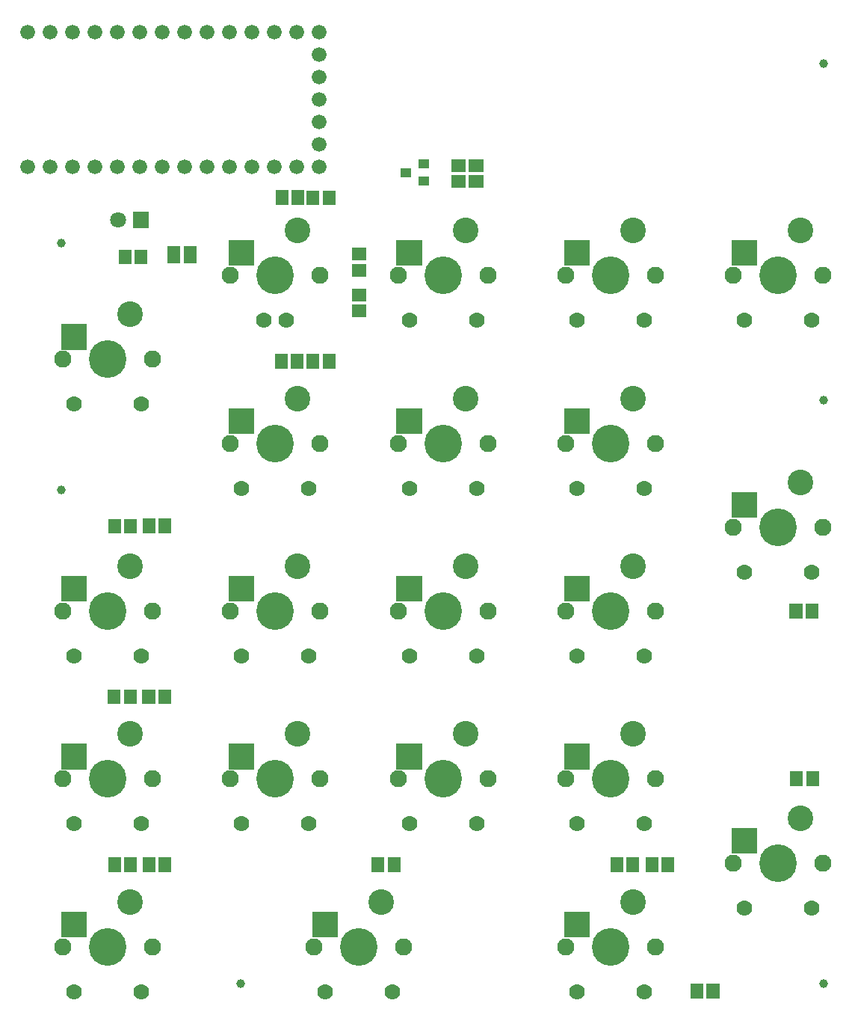
<source format=gts>
G04 start of page 9 for group -4063 idx -4063 *
G04 Title: SFT-HW-0023, componentmask *
G04 Creator: pcb 20110918 *
G04 CreationDate: Fri 17 Apr 2015 10:20:39 PM GMT UTC *
G04 For: tgack *
G04 Format: Gerber/RS-274X *
G04 PCB-Dimensions: 380630 455118 *
G04 PCB-Coordinate-Origin: lower left *
%MOIN*%
%FSLAX25Y25*%
%LNTOPMASK*%
%ADD97R,0.0400X0.0400*%
%ADD96R,0.0570X0.0570*%
%ADD95R,0.0572X0.0572*%
%ADD94C,0.1675*%
%ADD93C,0.0394*%
%ADD92C,0.0710*%
%ADD91C,0.0001*%
%ADD90C,0.0700*%
%ADD89C,0.1140*%
%ADD88C,0.0769*%
%ADD87C,0.0660*%
G54D87*X5000Y389118D03*
X15000D03*
X25000D03*
X35000D03*
X45000D03*
G54D88*X60551Y303149D03*
G54D89*X50551Y323149D03*
G54D90*X55551Y283149D03*
G54D91*G36*
X19851Y318849D02*Y307449D01*
X31251D01*
Y318849D01*
X19851D01*
G37*
G36*
X51922Y368825D02*Y361725D01*
X59022D01*
Y368825D01*
X51922D01*
G37*
G54D92*X45472Y365275D03*
G54D93*X20000Y355118D03*
G54D87*X55000Y389118D03*
X65000D03*
X75000D03*
X85000D03*
X95000D03*
X105000D03*
X115000Y449118D03*
X105000D03*
X95000D03*
X85000D03*
X75000D03*
X65000D03*
X55000D03*
X45000D03*
X35000D03*
X25000D03*
X15000D03*
X5000D03*
G54D94*X115354Y340551D03*
G54D90*X120354Y320551D03*
X110354D03*
G54D89*X125354Y285748D03*
G54D88*X95354Y340551D03*
G54D91*G36*
X94654Y356251D02*Y344851D01*
X106054D01*
Y356251D01*
X94654D01*
G37*
G54D88*X95354Y265748D03*
G54D91*G36*
X94654Y281448D02*Y270048D01*
X106054D01*
Y281448D01*
X94654D01*
G37*
G54D90*X100354Y245748D03*
G54D94*X40551Y303149D03*
Y190945D03*
Y116142D03*
Y41338D03*
G54D88*X20551Y303149D03*
G54D90*X25551Y283149D03*
G54D93*X20000Y245118D03*
G54D88*X60551Y190945D03*
G54D89*X50551Y210945D03*
G54D90*X55551Y170945D03*
G54D88*X60551Y116142D03*
G54D89*X50551Y136142D03*
G54D88*X20551Y190945D03*
G54D91*G36*
X19851Y206645D02*Y195245D01*
X31251D01*
Y206645D01*
X19851D01*
G37*
G54D90*X25551Y170945D03*
G54D88*X20551Y116142D03*
G54D91*G36*
X19851Y131842D02*Y120442D01*
X31251D01*
Y131842D01*
X19851D01*
G37*
G54D90*X55551Y96142D03*
G54D88*X60551Y41338D03*
G54D89*X50551Y61338D03*
G54D90*X55551Y21338D03*
X25551Y96142D03*
G54D88*X20551Y41338D03*
G54D91*G36*
X19851Y57038D02*Y45638D01*
X31251D01*
Y57038D01*
X19851D01*
G37*
G54D90*X25551Y21338D03*
G54D94*X115354Y265748D03*
G54D90*X130354Y245748D03*
G54D94*X115354Y190945D03*
G54D89*X125354Y210945D03*
G54D94*X115354Y116142D03*
G54D89*X125354Y136142D03*
G54D88*X95354Y190945D03*
G54D90*X100354Y170945D03*
G54D88*X95354Y116142D03*
G54D91*G36*
X94654Y131842D02*Y120442D01*
X106054D01*
Y131842D01*
X94654D01*
G37*
G54D90*X100354Y96142D03*
G54D93*X100000Y25118D03*
G54D88*X135354Y190945D03*
G54D90*X130354Y170945D03*
G54D91*G36*
X94654Y206645D02*Y195245D01*
X106054D01*
Y206645D01*
X94654D01*
G37*
G54D88*X135354Y116142D03*
G54D90*X130354Y96142D03*
G54D88*X132756Y41338D03*
G54D91*G36*
X132056Y57038D02*Y45638D01*
X143456D01*
Y57038D01*
X132056D01*
G37*
G54D90*X137756Y21338D03*
G54D94*X264961Y190945D03*
X190157D03*
G54D88*X170157D03*
X210157D03*
G54D91*G36*
X169457Y206645D02*Y195245D01*
X180857D01*
Y206645D01*
X169457D01*
G37*
G54D89*X200157Y210945D03*
G54D88*X244961Y190945D03*
G54D90*X249961Y170945D03*
X205157D03*
X175157D03*
G54D88*X284961Y190945D03*
G54D89*X274961Y210945D03*
G54D90*X279961Y170945D03*
G54D88*X284961Y265748D03*
G54D89*X274961Y285748D03*
G54D90*X279961Y245748D03*
G54D91*G36*
X244261Y206645D02*Y195245D01*
X255661D01*
Y206645D01*
X244261D01*
G37*
G54D94*X264961Y265748D03*
G54D88*X244961D03*
G54D91*G36*
X244261Y281448D02*Y270048D01*
X255661D01*
Y281448D01*
X244261D01*
G37*
G54D90*X249961Y245748D03*
G54D94*X339764Y228346D03*
G54D88*X359764D03*
G54D89*X349764Y248346D03*
G54D90*X354764Y208346D03*
G54D88*X319764Y228346D03*
G54D91*G36*
X319064Y244046D02*Y232646D01*
X330464D01*
Y244046D01*
X319064D01*
G37*
G54D90*X324764Y208346D03*
G54D88*X244961Y41338D03*
G54D90*X279961Y21338D03*
X249961D03*
G54D94*X264961Y41338D03*
G54D88*X284961D03*
G54D91*G36*
X244261Y57038D02*Y45638D01*
X255661D01*
Y57038D01*
X244261D01*
G37*
G54D89*X274961Y61338D03*
G54D94*X339764Y78740D03*
G54D88*X319764D03*
G54D90*X324764Y58740D03*
G54D88*X359764Y78740D03*
G54D89*X349764Y98740D03*
G54D90*X354764Y58740D03*
G54D93*X360000Y25118D03*
G54D91*G36*
X319064Y94440D02*Y83040D01*
X330464D01*
Y94440D01*
X319064D01*
G37*
G54D94*X190157Y116142D03*
G54D88*X210157D03*
G54D89*X200157Y136142D03*
G54D90*X205157Y96142D03*
G54D88*X170157Y116142D03*
G54D91*G36*
X169457Y131842D02*Y120442D01*
X180857D01*
Y131842D01*
X169457D01*
G37*
G54D90*X175157Y96142D03*
G54D94*X264961Y116142D03*
G54D88*X244961D03*
X284961D03*
G54D90*X279961Y96142D03*
G54D91*G36*
X244261Y131842D02*Y120442D01*
X255661D01*
Y131842D01*
X244261D01*
G37*
G54D90*X249961Y96142D03*
G54D89*X274961Y136142D03*
G54D94*X152756Y41338D03*
G54D88*X172756D03*
G54D89*X162756Y61338D03*
G54D90*X167756Y21338D03*
G54D87*X115000Y389118D03*
X125000D03*
X135000D03*
Y399118D03*
Y409118D03*
Y419118D03*
Y429118D03*
G54D88*X135354Y265748D03*
G54D87*X135000Y439118D03*
Y449118D03*
X125000D03*
G54D88*X135354Y340551D03*
G54D89*X125354Y360551D03*
G54D94*X190157Y340551D03*
G54D88*X210157D03*
G54D89*X200157Y360551D03*
G54D90*X205157Y320551D03*
G54D88*X170157Y340551D03*
G54D91*G36*
X169457Y356251D02*Y344851D01*
X180857D01*
Y356251D01*
X169457D01*
G37*
G54D90*X175157Y320551D03*
G54D94*X264961Y340551D03*
G54D88*X244961D03*
G54D91*G36*
X244261Y356251D02*Y344851D01*
X255661D01*
Y356251D01*
X244261D01*
G37*
G54D90*X249961Y320551D03*
G54D94*X190157Y265748D03*
G54D88*X210157D03*
G54D89*X200157Y285748D03*
G54D90*X205157Y245748D03*
G54D88*X170157Y265748D03*
G54D91*G36*
X169457Y281448D02*Y270048D01*
X180857D01*
Y281448D01*
X169457D01*
G37*
G54D90*X175157Y245748D03*
G54D88*X284961Y340551D03*
G54D90*X279961Y320551D03*
G54D89*X274961Y360551D03*
X349764D03*
G54D94*X339764Y340551D03*
G54D88*X319764D03*
X359764D03*
G54D91*G36*
X319064Y356251D02*Y344851D01*
X330464D01*
Y356251D01*
X319064D01*
G37*
G54D90*X354764Y320551D03*
X324764D03*
G54D93*X360000Y435118D03*
Y285118D03*
G54D95*X59055Y78346D02*Y77560D01*
X43701Y78346D02*Y77560D01*
X50787Y78346D02*Y77560D01*
X66141Y78346D02*Y77560D01*
X161260Y78424D02*Y77638D01*
X168346Y78424D02*Y77638D01*
X283465Y78346D02*Y77560D01*
X267717Y78346D02*Y77560D01*
X274803Y78346D02*Y77560D01*
X290551Y78346D02*Y77560D01*
X310630Y22046D02*Y21260D01*
X303544Y22046D02*Y21260D01*
X43622Y153228D02*Y152442D01*
X50708Y153228D02*Y152442D01*
X43701Y229133D02*Y228347D01*
X50787Y229133D02*Y228347D01*
X347638Y191338D02*Y190552D01*
X354724Y191338D02*Y190552D01*
X347953Y116613D02*Y115827D01*
X355039Y116613D02*Y115827D01*
X59134Y229291D02*Y228505D01*
X66220Y229291D02*Y228505D01*
X58977Y153228D02*Y152442D01*
X66063Y153228D02*Y152442D01*
X132284Y375590D02*Y374804D01*
X139370Y375590D02*Y374804D01*
X132284Y302755D02*Y301969D01*
X139370Y302755D02*Y301969D01*
X118111Y302755D02*Y301969D01*
X125197Y302755D02*Y301969D01*
X152363Y324803D02*X153149D01*
X152363Y331889D02*X153149D01*
X118347Y375668D02*Y374882D01*
X125433Y375668D02*Y374882D01*
G54D96*X70158Y350685D02*Y348685D01*
X77558Y350685D02*Y348685D01*
G54D95*X48426Y349212D02*Y348426D01*
X55512Y349212D02*Y348426D01*
X152363Y350000D02*X153149D01*
X152363Y342914D02*X153149D01*
X204631Y389425D02*X205417D01*
X204631Y382339D02*X205417D01*
X196757Y389504D02*X197543D01*
X196757Y382418D02*X197543D01*
G54D97*X181448Y382512D02*X182048D01*
X181448Y390312D02*X182048D01*
X173248Y386412D02*X173848D01*
M02*

</source>
